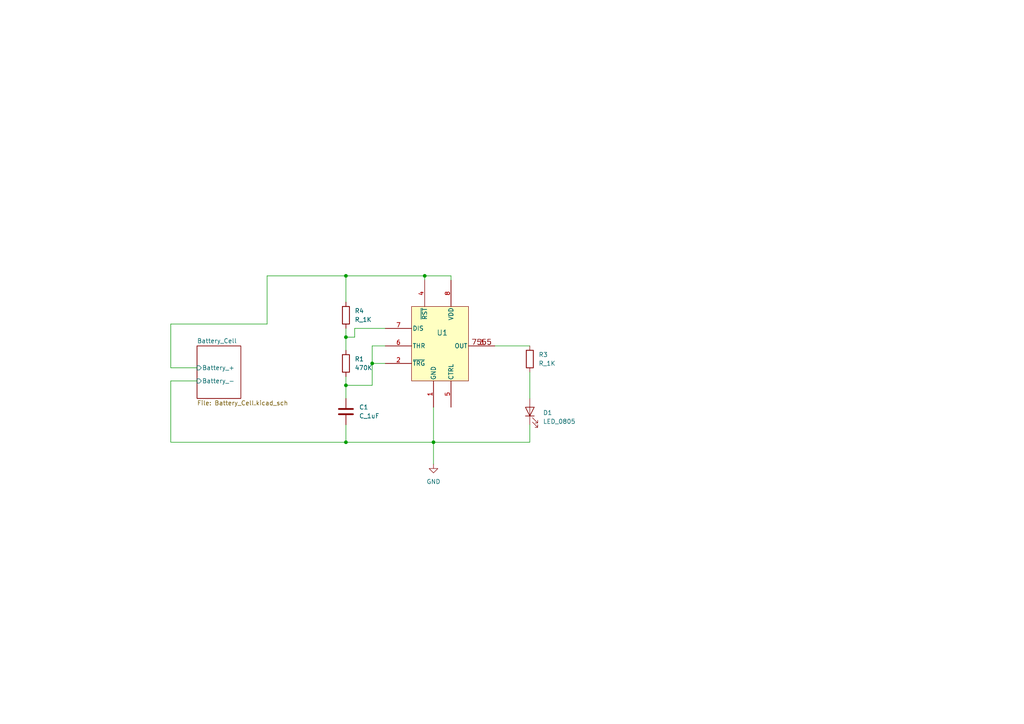
<source format=kicad_sch>
(kicad_sch (version 20230121) (generator eeschema)
  (paper "A4")
  (lib_symbols
    (symbol "Device:R" (pin_numbers hide) (pin_names (offset 0))
      (property "Reference" "R" (at 2.032 0 90))
      (property "Value" "R" (at 0 0 90))
      (symbol "R_0_1"
        (rectangle (start -1.016 -2.54) (end 1.016 2.54) (stroke (width 0.254)))
      )
      (symbol "R_1_1"
        (pin passive line (at 0 3.81 270) (length 1.27) (name "~") (number "1"))
        (pin passive line (at 0 -3.81 90) (length 1.27) (name "~") (number "2"))
      )
    )
    (symbol "OEM:ICM7555IBAZ" (pin_names (offset 0.254))
      (property "Reference" "U" (at 25.4 -16.51 0))
      (property "Value" "7555" (at 25.4 -20.32 0))
      (symbol "ICM7555IBAZ_0_1"
        (pin power_in line (at 22.86 -38.1 90) (length 7.62) (name "GND") (number "1"))
        (pin power_in line (at 27.94 -1.27 270) (length 7.62) (name "VDD") (number "8"))
      )
      (symbol "ICM7555IBAZ_1_1"
        (rectangle (start 16.51 -8.89) (end 33.02 -30.48) (fill (type background)))
        (pin input line (at 8.89 -25.4 0) (length 7.62) (name "~{TRG}") (number "2"))
        (pin output line (at 40.64 -20.32 180) (length 7.62) (name "OUT") (number "3"))
        (pin input line (at 20.32 -1.27 270) (length 7.62) (name "~{RST}") (number "4"))
        (pin input line (at 27.94 -38.1 90) (length 7.62) (name "CTRL") (number "5"))
        (pin input line (at 8.89 -20.32 0) (length 7.62) (name "THR") (number "6"))
        (pin input line (at 8.89 -15.24 0) (length 7.62) (name "DIS") (number "7"))
      )
    )
    (symbol "formula:C_1uF" (pin_numbers hide) (pin_names (offset 0.254))
      (property "Reference" "C" (at 0.635 3.81 0))
      (property "Value" "C_1uF" (at 0.635 -1.27 0))
      (symbol "C_1uF_0_1"
        (polyline (pts (xy -2.032 0.508) (xy 2.032 0.508)) (stroke (width 0.508)))
        (polyline (pts (xy -2.032 2.032) (xy 2.032 2.032)) (stroke (width 0.508)))
      )
      (symbol "C_1uF_1_1"
        (pin passive line (at 0 5.08 270) (length 2.794) (name "~") (number "1"))
        (pin passive line (at 0 -2.54 90) (length 2.794) (name "~") (number "2"))
      )
    )
    (symbol "formula:LED_0805" (pin_numbers hide) (pin_names (offset 1.016) hide)
      (property "Reference" "D" (at 0 -2.54 0))
      (property "Value" "LED_0805" (at 0 2.54 0))
      (symbol "LED_0805_0_1"
        (polyline (pts (xy -1.27 -1.27) (xy -1.27 1.27)) (stroke (width 0.2032)))
        (polyline (pts (xy -1.27 0) (xy 1.27 0)))
        (polyline (pts (xy 1.27 -1.27) (xy 1.27 1.27) (xy -1.27 0) (xy 1.27 -1.27)) (stroke (width 0.2032)))
        (polyline (pts (xy -3.048 -0.762) (xy -4.572 -2.286) (xy -3.81 -2.286) (xy -4.572 -2.286) (xy -4.572 -1.524)))
        (polyline (pts (xy -1.778 -0.762) (xy -3.302 -2.286) (xy -2.54 -2.286) (xy -3.302 -2.286) (xy -3.302 -1.524)))
      )
      (symbol "LED_0805_1_1"
        (pin passive line (at -3.81 0 0) (length 2.54) (name "K") (number "1"))
        (pin passive line (at 3.81 0 180) (length 2.54) (name "A") (number "2"))
      )
    )
    (symbol "formula:R_1K" (pin_numbers hide) (pin_names (offset 0))
      (property "Reference" "R" (at 2.032 0 90))
      (property "Value" "R_1K" (at -2.54 0 90))
      (symbol "R_1K_0_1"
        (rectangle (start -1.016 -2.54) (end 1.016 2.54) (stroke (width 0.254)))
      )
      (symbol "R_1K_1_1"
        (pin passive line (at 0 3.81 270) (length 1.27) (name "~") (number "1"))
        (pin passive line (at 0 -3.81 90) (length 1.27) (name "~") (number "2"))
      )
    )
    (symbol "power:GND" (power) (pin_names (offset 0))
      (property "Value" "GND" (at 0 -3.81 0))
      (symbol "GND_0_1"
        (polyline (pts (xy 0 0) (xy 0 -1.27) (xy 1.27 -1.27) (xy 0 -2.54) (xy -1.27 -1.27) (xy 0 -1.27)))
      )
      (symbol "GND_1_1"
        (pin power_in line (at 0 0 270) (length 0) hide (name "GND") (number "1"))
      )
    )
  )
  (junction (at 125.73 128.27))
  (junction (at 100.33 111.76))
  (junction (at 100.33 128.27))
  (junction (at 123.19 80.01))
  (junction (at 100.33 80.01))
  (junction (at 100.33 97.79))
  (junction (at 107.95 105.41))
  (wire (pts (xy 100.33 123.19) (xy 100.33 128.27)))
  (wire (pts (xy 111.76 100.33) (xy 107.95 100.33)))
  (wire (pts (xy 125.73 134.62) (xy 125.73 128.27)))
  (wire (pts (xy 130.81 81.28) (xy 130.81 80.01)))
  (wire (pts (xy 153.67 107.95) (xy 153.67 115.57)))
  (wire (pts (xy 107.95 100.33) (xy 107.95 105.41)))
  (wire (pts (xy 111.76 95.25) (xy 102.87 95.25)))
  (wire (pts (xy 77.47 80.01) (xy 77.47 93.98)))
  (wire (pts (xy 77.47 80.01) (xy 100.33 80.01)))
  (wire (pts (xy 153.67 123.19) (xy 153.67 128.27)))
  (wire (pts (xy 125.73 128.27) (xy 100.33 128.27)))
  (wire (pts (xy 100.33 80.01) (xy 100.33 87.63)))
  (wire (pts (xy 143.51 100.33) (xy 153.67 100.33)))
  (wire (pts (xy 100.33 111.76) (xy 100.33 115.57)))
  (wire (pts (xy 102.87 97.79) (xy 100.33 97.79)))
  (wire (pts (xy 102.87 95.25) (xy 102.87 97.79)))
  (wire (pts (xy 49.53 128.27) (xy 100.33 128.27)))
  (wire (pts (xy 100.33 95.25) (xy 100.33 97.79)))
  (wire (pts (xy 125.73 118.11) (xy 125.73 128.27)))
  (wire (pts (xy 123.19 80.01) (xy 123.19 81.28)))
  (wire (pts (xy 57.15 106.68) (xy 49.53 106.68)))
  (wire (pts (xy 100.33 111.76) (xy 107.95 111.76)))
  (wire (pts (xy 49.53 110.49) (xy 49.53 128.27)))
  (wire (pts (xy 123.19 80.01) (xy 130.81 80.01)))
  (wire (pts (xy 100.33 80.01) (xy 123.19 80.01)))
  (wire (pts (xy 49.53 106.68) (xy 49.53 93.98)))
  (wire (pts (xy 100.33 109.22) (xy 100.33 111.76)))
  (wire (pts (xy 57.15 110.49) (xy 49.53 110.49)))
  (wire (pts (xy 107.95 105.41) (xy 107.95 111.76)))
  (wire (pts (xy 107.95 105.41) (xy 111.76 105.41)))
  (wire (pts (xy 100.33 97.79) (xy 100.33 101.6)))
  (wire (pts (xy 153.67 128.27) (xy 125.73 128.27)))
  (wire (pts (xy 49.53 93.98) (xy 77.47 93.98)))
  (symbol (lib_id "OEM:ICM7555IBAZ") (at 102.87 80.01 0) (unit 1)
    (property "Reference" "U1" (at 128.27 96.52 0) (effects (font (size 1.524 1.524))))
    (property "Value" "7555" (at 139.7 99.2221 0) (effects (font (size 1.524 1.524))))
    (property "Footprint" "footprints:7555" (effects hide))
    (property "Datasheet" "ICM7555IBAZ" (effects hide))
  )
  (symbol (lib_id "formula:R_1K") (at 153.67 104.14 0) (unit 1)
    (property "Reference" "R3" (at 156.21 102.87 0) (effects (justify left)))
    (property "Value" "R_1K" (at 156.21 105.41 0) (effects (justify left)))
    (property "Footprint" "footprints:R_0805_OEM" (effects hide))
    (property "Datasheet" "https://www.seielect.com/Catalog/SEI-rncp.pdf" (effects hide))
    (property "MFN" "DK" (effects hide))
    (property "MPN" "RNCP0805FTD1K00CT-ND" (effects hide))
    (property "PurchasingLink" "https://www.digikey.com/products/en?keywords=RNCP0805FTD1K00CT-ND" (effects hide))
  )
  (symbol (lib_id "formula:LED_0805") (at 153.67 119.38 90) (unit 1)
    (property "Reference" "D1" (at 157.48 119.7102 90) (effects (justify right)))
    (property "Value" "LED_0805" (at 157.48 122.2502 90) (effects (justify right)))
    (property "Footprint" "footprints:LED_0805_OEM" (effects hide))
    (property "Datasheet" "http://www.osram-os.com/Graphics/XPic9/00078860_0.pdf" (effects hide))
    (property "MFN" "DK" (effects hide))
    (property "MPN" "475-1410-1-ND" (effects hide))
    (property "PurchasingLink" "https://www.digikey.com/products/en?keywords=475-1410-1-ND" (effects hide))
  )
  (symbol (lib_id "formula:R_1K") (at 100.33 91.44 0) (unit 1)
    (property "Reference" "R4" (at 102.87 90.17 0) (effects (justify left)))
    (property "Value" "R_1K" (at 102.87 92.71 0) (effects (justify left)))
    (property "Footprint" "footprints:R_0805_OEM" (effects hide))
    (property "Datasheet" "https://www.seielect.com/Catalog/SEI-rncp.pdf" (effects hide))
    (property "MFN" "DK" (effects hide))
    (property "MPN" "RNCP0805FTD1K00CT-ND" (effects hide))
    (property "PurchasingLink" "https://www.digikey.com/products/en?keywords=RNCP0805FTD1K00CT-ND" (effects hide))
  )
  (symbol (lib_id "formula:C_1uF") (at 100.33 120.65 0) (unit 1)
    (property "Reference" "C1" (at 104.14 118.11 0) (effects (justify left)))
    (property "Value" "C_1uF" (at 104.14 120.65 0) (effects (justify left)))
    (property "Footprint" "footprints:C_0805_OEM" (effects hide))
    (property "Datasheet" "https://media.digikey.com/pdf/Data%20Sheets/Samsung%20PDFs/CL21B105KBFNNNG_Spec.pdf" (effects hide))
    (property "PurchasingLink" "https://www.digikey.com/en/products/detail/samsung-electro-mechanics/CL21B105KBFNNNG/3894467" (effects hide))
    (property "MFN" "DK" (effects hide))
    (property "MPN" "1276-6470-1-ND" (effects hide))
  )
  (symbol (lib_id "power:GND") (at 125.73 134.62 0) (unit 1)
    (property "Reference" "#PWR01" (effects hide))
    (property "Value" "GND" (at 125.73 139.7 0))
  )
  (symbol (lib_id "Device:R") (at 100.33 105.41 0) (unit 1)
    (property "Reference" "R1" (at 102.87 104.14 0) (effects (justify left)))
    (property "Value" "470K" (at 102.87 106.68 0) (effects (justify left)))
    (property "Footprint" "footprints:R_0805_OEM" (effects hide))
  )
  (sheet (at 57.15 100.33) (size 12.7 15.24) (stroke (width 0.1524))
    (property "Sheetname" "Battery_Cell" (at 57.15 99.6184 0) (effects (justify left bottom)))
    (property "Sheetfile" "Battery_Cell.kicad_sch" (at 57.15 116.1546 0) (effects (justify left top)))
    (pin "Battery_+" input (at 57.15 106.68 180))
    (pin "Battery_-" input (at 57.15 110.49 180))
  )
)
</source>
